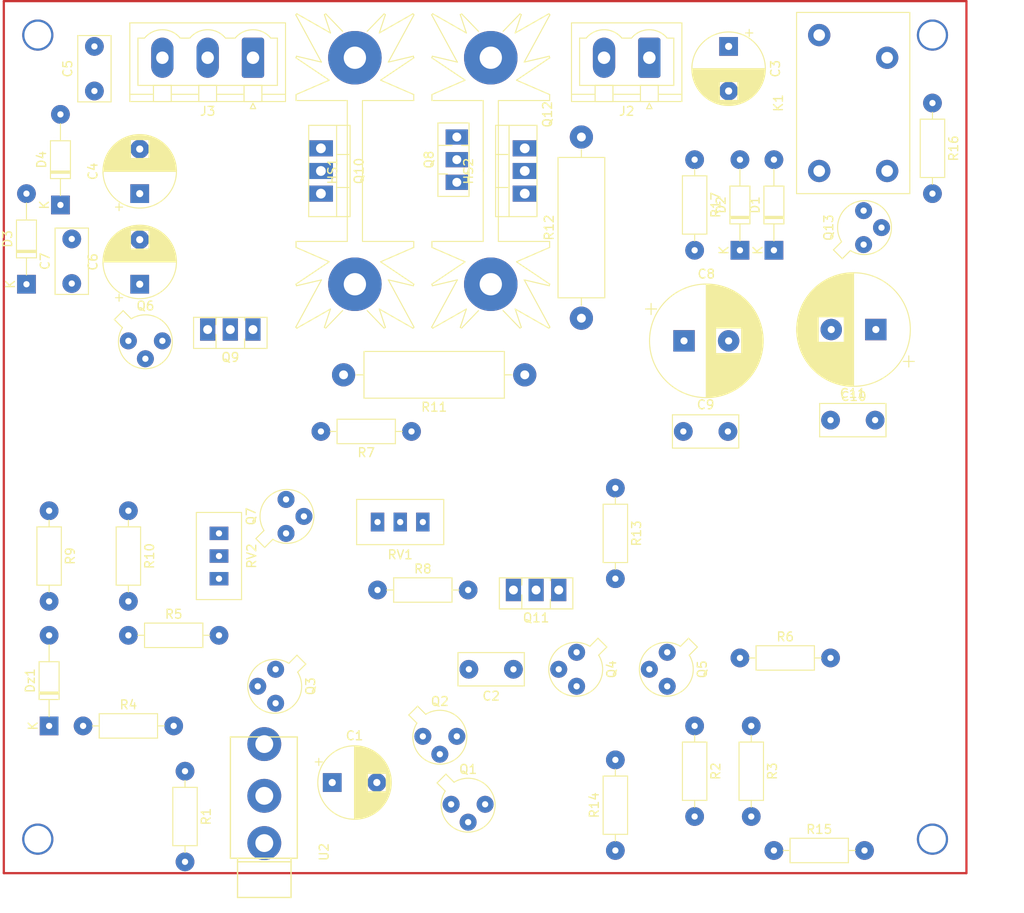
<source format=kicad_pcb>
(kicad_pcb (version 20171130) (host pcbnew "(5.1.9)-1")
  (layers (0 F.Cu signal) (31 B.Cu signal) (34 B.Paste user) (35 F.Paste user) (36 B.SilkS user) (37 F.SilkS user) (38 B.Mask user) (39 F.Mask user) (44 Edge.Cuts user))
  (net 0 "")
  (net 1 "Net-(C1-Pad2)")
  (net 2 "Net-(C1-Pad1)")
  (net 3 "Net-(C2-Pad2)")
  (net 4 "Net-(C2-Pad1)")
  (net 5 "Net-(C3-Pad1)")
  (net 6 -12V)
  (net 7 GND)
  (net 8 +12V)
  (net 9 "Net-(D1-Pad2)")
  (net 10 "Net-(D2-Pad1)")
  (net 11 "Net-(Dz1-Pad2)")
  (net 12 "Net-(K1-Padc1)")
  (net 13 "Net-(Q1-Pad1)")
  (net 14 "Net-(Q2-Pad3)")
  (net 15 "Net-(Q2-Pad2)")
  (net 16 "Net-(Q3-Pad1)")
  (net 17 "Net-(Q4-Pad1)")
  (net 18 "Net-(Q5-Pad1)")
  (net 19 "Net-(Q6-Pad3)")
  (net 20 "Net-(Q6-Pad2)")
  (net 21 "Net-(Q6-Pad1)")
  (net 22 "Net-(Q7-Pad1)")
  (net 23 "Net-(Q8-Pad3)")
  (net 24 "Net-(Q10-Pad2)")
  (net 25 "Net-(Q10-Pad1)")
  (net 26 "Net-(Q11-Pad1)")
  (net 27 "Net-(Q11-Pad2)")
  (net 28 "Net-(R8-Pad1)")
  (net 29 "Net-(R10-Pad2)")
  (net 30 "Net-(U2-PadTN)")
  (net 31 "Net-(J2-Pad2)")
  (module BE_Elec:Relay_112LMH2 (layer F.Cu) (at 158.75 38.1 90)
    (fp_text reference K1 (at 0 0.5 90) (layer F.SilkS))
    (fp_text value Relay_1CT)
    (pad c1 thru_hole circle (at 7.62 5.08 90) (size 2.5 2.5) (drill 1.3) (layers *.Cu *.Mask) (net 12 "Net-(K1-Padc1)"))
    (pad b1 thru_hole circle (at -7.62 5.08 90) (size 2.5 2.5) (drill 1.3) (layers *.Cu *.Mask) (net 9 "Net-(D1-Pad2)"))
    (pad c2 thru_hole circle (at 5.08 12.7 90) (size 2.5 2.5) (drill 1.3) (layers *.Cu *.Mask) (net 31 "Net-(J2-Pad2)"))
    (pad b2 thru_hole circle (at -7.62 12.7 90) (size 2.5 2.5) (drill 1.3) (layers *.Cu *.Mask) (net 8 +12V))
  )
  (module CmpAmpliAudio:D_DO-35_SOD27_P10.16mm_Horizontal (layer F.Cu) (at 78.74 49.53 90)
    (fp_text reference D4 (at 5.08 -2.12 90) (layer F.SilkS))
    (fp_text value D)
    (fp_text user K (at 0 -1.8 90) (layer F.SilkS))
    (pad 2 thru_hole oval (at 10.16 0 90) (size 2.1 2.1) (drill 0.7) (layers *.Cu *.Mask) (net 6 -12V))
    (pad 1 thru_hole rect (at 0 0 90) (size 2.1 2.1) (drill 0.7) (layers *.Cu *.Mask) (net 7 GND))
  )
  (module CmpAmpliAudio:D_DO-35_SOD27_P10.16mm_Horizontal (layer F.Cu) (at 74.93 58.42 90)
    (fp_text reference D3 (at 5.08 -2.12 90) (layer F.SilkS))
    (fp_text value D)
    (fp_text user K (at 0 -1.8 90) (layer F.SilkS))
    (pad 2 thru_hole oval (at 10.16 0 90) (size 2.1 2.1) (drill 0.7) (layers *.Cu *.Mask) (net 7 GND))
    (pad 1 thru_hole rect (at 0 0 90) (size 2.1 2.1) (drill 0.7) (layers *.Cu *.Mask) (net 8 +12V))
  )
  (module CmpAmpliAudio:CP_Radial_D8.0mm_P5.00mm (layer F.Cu) (at 109.22 114.3)
    (fp_text reference C1 (at 2.5 -5.25) (layer F.SilkS))
    (fp_text value CP)
    (pad 2 thru_hole circle (at 5 0) (size 2.1 2.1) (drill 0.8) (layers *.Cu *.Mask) (net 1 "Net-(C1-Pad2)"))
    (pad 1 thru_hole rect (at 0 0) (size 2.1 2.1) (drill 0.8) (layers *.Cu *.Mask) (net 2 "Net-(C1-Pad1)"))
  )
  (module CmpAmpliAudio:C_Rect_L7.2mm_W3.5mm_P5.00mm_FKS2_FKP2_MKS2_MKP2 (layer F.Cu) (at 129.54 101.6 180)
    (fp_text reference C2 (at 2.5 -3) (layer F.SilkS))
    (fp_text value C)
    (pad 2 thru_hole circle (at 5 0 180) (size 2.1 2.1) (drill 0.7) (layers *.Cu *.Mask) (net 3 "Net-(C2-Pad2)"))
    (pad 1 thru_hole circle (at 0 0 180) (size 2.1 2.1) (drill 0.7) (layers *.Cu *.Mask) (net 4 "Net-(C2-Pad1)"))
  )
  (module CmpAmpliAudio:CP_Radial_D8.0mm_P5.00mm (layer F.Cu) (at 153.67 31.75 270)
    (fp_text reference C3 (at 2.5 -5.25 90) (layer F.SilkS))
    (fp_text value CP)
    (pad 1 thru_hole rect (at 0 0 270) (size 2.1 2.1) (drill 0.8) (layers *.Cu *.Mask) (net 5 "Net-(C3-Pad1)"))
    (pad 2 thru_hole circle (at 5 0 270) (size 2.1 2.1) (drill 0.8) (layers *.Cu *.Mask) (net 6 -12V))
  )
  (module CmpAmpliAudio:CP_Radial_D8.0mm_P5.00mm (layer F.Cu) (at 87.63 48.26 90)
    (fp_text reference C4 (at 2.5 -5.25 90) (layer F.SilkS))
    (fp_text value CP)
    (pad 2 thru_hole circle (at 5 0 90) (size 2.1 2.1) (drill 0.8) (layers *.Cu *.Mask) (net 7 GND))
    (pad 1 thru_hole rect (at 0 0 90) (size 2.1 2.1) (drill 0.8) (layers *.Cu *.Mask) (net 8 +12V))
  )
  (module CmpAmpliAudio:C_Rect_L7.2mm_W3.5mm_P5.00mm_FKS2_FKP2_MKS2_MKP2 (layer F.Cu) (at 82.55 36.75 90)
    (fp_text reference C5 (at 2.5 -3 90) (layer F.SilkS))
    (fp_text value C)
    (pad 2 thru_hole circle (at 5 0 90) (size 2.1 2.1) (drill 0.7) (layers *.Cu *.Mask) (net 7 GND))
    (pad 1 thru_hole circle (at 0 0 90) (size 2.1 2.1) (drill 0.7) (layers *.Cu *.Mask) (net 8 +12V))
  )
  (module CmpAmpliAudio:CP_Radial_D8.0mm_P5.00mm (layer F.Cu) (at 87.63 58.42 90)
    (fp_text reference C6 (at 2.5 -5.25 90) (layer F.SilkS))
    (fp_text value CP)
    (pad 1 thru_hole rect (at 0 0 90) (size 2.1 2.1) (drill 0.8) (layers *.Cu *.Mask) (net 7 GND))
    (pad 2 thru_hole circle (at 5 0 90) (size 2.1 2.1) (drill 0.8) (layers *.Cu *.Mask) (net 6 -12V))
  )
  (module CmpAmpliAudio:C_Rect_L7.2mm_W3.5mm_P5.00mm_FKS2_FKP2_MKS2_MKP2 (layer F.Cu) (at 80.01 58.34 90)
    (fp_text reference C7 (at 2.5 -3 90) (layer F.SilkS))
    (fp_text value C)
    (pad 1 thru_hole circle (at 0 0 90) (size 2.1 2.1) (drill 0.7) (layers *.Cu *.Mask) (net 7 GND))
    (pad 2 thru_hole circle (at 5 0 90) (size 2.1 2.1) (drill 0.7) (layers *.Cu *.Mask) (net 6 -12V))
  )
  (module CmpAmpliAudio:CP_Radial_D12.5mm_P5.00mm (layer F.Cu) (at 148.67 64.77)
    (fp_text reference C8 (at 2.5 -7.5) (layer F.SilkS))
    (fp_text value CP)
    (pad 1 thru_hole rect (at 0 0) (size 2.4 2.4) (drill 0.8) (layers *.Cu *.Mask) (net 8 +12V))
    (pad 2 thru_hole circle (at 5 0) (size 2.4 2.4) (drill 0.8) (layers *.Cu *.Mask) (net 7 GND))
  )
  (module CmpAmpliAudio:C_Rect_L7.2mm_W3.5mm_P5.00mm_FKS2_FKP2_MKS2_MKP2 (layer F.Cu) (at 148.59 74.93)
    (fp_text reference C9 (at 2.5 -3) (layer F.SilkS))
    (fp_text value C)
    (pad 1 thru_hole circle (at 0 0) (size 2.1 2.1) (drill 0.7) (layers *.Cu *.Mask) (net 8 +12V))
    (pad 2 thru_hole circle (at 5 0) (size 2.1 2.1) (drill 0.7) (layers *.Cu *.Mask) (net 7 GND))
  )
  (module CmpAmpliAudio:CP_Radial_D12.5mm_P5.00mm (layer F.Cu) (at 170.18 63.5 180)
    (fp_text reference C10 (at 2.5 -7.5) (layer F.SilkS))
    (fp_text value CP)
    (pad 2 thru_hole circle (at 5 0 180) (size 2.4 2.4) (drill 0.8) (layers *.Cu *.Mask) (net 6 -12V))
    (pad 1 thru_hole rect (at 0 0 180) (size 2.4 2.4) (drill 0.8) (layers *.Cu *.Mask) (net 7 GND))
  )
  (module CmpAmpliAudio:C_Rect_L7.2mm_W3.5mm_P5.00mm_FKS2_FKP2_MKS2_MKP2 (layer F.Cu) (at 165.1 73.66)
    (fp_text reference C11 (at 2.5 -3) (layer F.SilkS))
    (fp_text value C)
    (pad 1 thru_hole circle (at 0 0) (size 2.1 2.1) (drill 0.7) (layers *.Cu *.Mask) (net 6 -12V))
    (pad 2 thru_hole circle (at 5 0) (size 2.1 2.1) (drill 0.7) (layers *.Cu *.Mask) (net 7 GND))
  )
  (module CmpAmpliAudio:D_DO-35_SOD27_P10.16mm_Horizontal (layer F.Cu) (at 158.75 54.61 90)
    (fp_text reference D1 (at 5.08 -2.12 90) (layer F.SilkS))
    (fp_text value D)
    (fp_text user K (at 0 -1.8 90) (layer F.SilkS))
    (pad 1 thru_hole rect (at 0 0 90) (size 2.1 2.1) (drill 0.7) (layers *.Cu *.Mask) (net 8 +12V))
    (pad 2 thru_hole oval (at 10.16 0 90) (size 2.1 2.1) (drill 0.7) (layers *.Cu *.Mask) (net 9 "Net-(D1-Pad2)"))
  )
  (module CmpAmpliAudio:D_DO-35_SOD27_P10.16mm_Horizontal (layer F.Cu) (at 154.94 54.61 90)
    (fp_text reference D2 (at 5.08 -2.12 90) (layer F.SilkS))
    (fp_text value D)
    (fp_text user K (at 0 -1.8 90) (layer F.SilkS))
    (pad 2 thru_hole oval (at 10.16 0 90) (size 2.1 2.1) (drill 0.7) (layers *.Cu *.Mask) (net 5 "Net-(C3-Pad1)"))
    (pad 1 thru_hole rect (at 0 0 90) (size 2.1 2.1) (drill 0.7) (layers *.Cu *.Mask) (net 10 "Net-(D2-Pad1)"))
  )
  (module CmpAmpliAudio:D_DO-35_SOD27_P10.16mm_Horizontal (layer F.Cu) (at 77.47 107.95 90)
    (fp_text reference Dz1 (at 5.08 -2.12 90) (layer F.SilkS))
    (fp_text value D_Z1)
    (fp_text user K (at 0 -1.8 90) (layer F.SilkS))
    (pad 1 thru_hole rect (at 0 0 90) (size 2.1 2.1) (drill 0.7) (layers *.Cu *.Mask) (net 8 +12V))
    (pad 2 thru_hole oval (at 10.16 0 90) (size 2.1 2.1) (drill 0.7) (layers *.Cu *.Mask) (net 11 "Net-(Dz1-Pad2)"))
  )
  (module CmpAmpliAudio:Heatsink_Fischer_SK104-STC-STIC_35x13mm_2xDrill2.5mm (layer F.Cu) (at 111.76 45.72 90)
    (fp_text reference HS1 (at -0.025 -2.5 90) (layer F.SilkS))
    (fp_text value Heatsink)
    (pad 1 thru_hole circle (at -12.7 0 270) (size 6 6) (drill 2.5) (layers *.Cu *.Mask))
    (pad 1 thru_hole circle (at 12.7 0 90) (size 6 6) (drill 2.5) (layers *.Cu *.Mask))
  )
  (module CmpAmpliAudio:Heatsink_Fischer_SK104-STC-STIC_35x13mm_2xDrill2.5mm (layer F.Cu) (at 127 45.72 90)
    (fp_text reference HS2 (at -0.025 -2.5 90) (layer F.SilkS))
    (fp_text value Heatsink)
    (pad 1 thru_hole circle (at 12.7 0 90) (size 6 6) (drill 2.5) (layers *.Cu *.Mask))
    (pad 1 thru_hole circle (at -12.7 0 270) (size 6 6) (drill 2.5) (layers *.Cu *.Mask))
  )
  (module CmpAmpliAudio:PhoenixContact_MSTBVA_2,5_2-G-5,08_1x02_P5.08mm_Vertical (layer F.Cu) (at 144.78 33.02 180)
    (fp_text reference J2 (at 2.54 -6) (layer F.SilkS))
    (fp_text value Conn_01x02)
    (pad 1 thru_hole roundrect (at 0 0 180) (size 2.5 4.5) (drill 1.4) (layers *.Cu *.Mask) (roundrect_rratio 0.12) (net 7 GND))
    (pad 2 thru_hole oval (at 5.08 0 180) (size 2.5 4.5) (drill 1.4) (layers *.Cu *.Mask) (net 31 "Net-(J2-Pad2)"))
  )
  (module CmpAmpliAudio:PhoenixContact_MSTBVA_2,5_3-G-5,08_1x03_P5.08mm_Vertical (layer F.Cu) (at 100.33 33.02 180)
    (fp_text reference J3 (at 5.08 -6) (layer F.SilkS))
    (fp_text value Conn_01x03)
    (pad 1 thru_hole roundrect (at 0 0 180) (size 2.5 4.5) (drill 1.4) (layers *.Cu *.Mask) (roundrect_rratio 0.12) (net 6 -12V))
    (pad 2 thru_hole oval (at 5.08 0 180) (size 2.5 4.5) (drill 1.4) (layers *.Cu *.Mask) (net 7 GND))
    (pad 3 thru_hole oval (at 10.16 0 180) (size 2.5 4.5) (drill 1.4) (layers *.Cu *.Mask) (net 8 +12V))
  )
  (module CmpAmpliAudio:TO-18-3 (layer F.Cu) (at 123.19 116.84)
    (fp_text reference Q1 (at 1.27 -4.02) (layer F.SilkS))
    (fp_text value 2N907)
    (pad 3 thru_hole circle (at 3.175 -0.1) (size 1.9 1.9) (drill 0.7) (layers *.Cu *.Mask) (net 4 "Net-(C2-Pad1)"))
    (pad 2 thru_hole circle (at 1.27 1.905) (size 1.9 1.9) (drill 0.7) (layers *.Cu *.Mask) (net 2 "Net-(C1-Pad1)"))
    (pad 1 thru_hole circle (at -0.635 -0.1) (size 1.9 1.9) (drill 0.7) (layers *.Cu *.Mask) (net 13 "Net-(Q1-Pad1)"))
  )
  (module CmpAmpliAudio:TO-18-3 (layer F.Cu) (at 120.015 109.22)
    (fp_text reference Q2 (at 1.27 -4.02) (layer F.SilkS))
    (fp_text value 2N907)
    (pad 3 thru_hole circle (at 3.175 -0.1) (size 1.9 1.9) (drill 0.7) (layers *.Cu *.Mask) (net 14 "Net-(Q2-Pad3)"))
    (pad 2 thru_hole circle (at 1.27 1.905) (size 1.9 1.9) (drill 0.7) (layers *.Cu *.Mask) (net 15 "Net-(Q2-Pad2)"))
    (pad 1 thru_hole circle (at -0.635 -0.1) (size 1.9 1.9) (drill 0.7) (layers *.Cu *.Mask) (net 13 "Net-(Q1-Pad1)"))
  )
  (module CmpAmpliAudio:TO-18-3 (layer F.Cu) (at 102.77 102.235 270)
    (fp_text reference Q3 (at 1.27 -4.02 90) (layer F.SilkS))
    (fp_text value 2N907)
    (pad 1 thru_hole circle (at -0.635 -0.1 270) (size 1.9 1.9) (drill 0.7) (layers *.Cu *.Mask) (net 16 "Net-(Q3-Pad1)"))
    (pad 2 thru_hole circle (at 1.27 1.905 270) (size 1.9 1.9) (drill 0.7) (layers *.Cu *.Mask) (net 11 "Net-(Dz1-Pad2)"))
    (pad 3 thru_hole circle (at 3.175 -0.1 270) (size 1.9 1.9) (drill 0.7) (layers *.Cu *.Mask) (net 13 "Net-(Q1-Pad1)"))
  )
  (module CmpAmpliAudio:TO-18-3 (layer F.Cu) (at 136.525 100.33 270)
    (fp_text reference Q4 (at 1.27 -4.02 90) (layer F.SilkS))
    (fp_text value 2N2222)
    (pad 1 thru_hole circle (at -0.635 -0.1 270) (size 1.9 1.9) (drill 0.7) (layers *.Cu *.Mask) (net 17 "Net-(Q4-Pad1)"))
    (pad 2 thru_hole circle (at 1.27 1.905 270) (size 1.9 1.9) (drill 0.7) (layers *.Cu *.Mask) (net 4 "Net-(C2-Pad1)"))
    (pad 3 thru_hole circle (at 3.175 -0.1 270) (size 1.9 1.9) (drill 0.7) (layers *.Cu *.Mask) (net 3 "Net-(C2-Pad2)"))
  )
  (module CmpAmpliAudio:TO-18-3 (layer F.Cu) (at 146.685 100.33 270)
    (fp_text reference Q5 (at 1.27 -4.02 90) (layer F.SilkS))
    (fp_text value 2N2222)
    (pad 3 thru_hole circle (at 3.175 -0.1 270) (size 1.9 1.9) (drill 0.7) (layers *.Cu *.Mask) (net 3 "Net-(C2-Pad2)"))
    (pad 2 thru_hole circle (at 1.27 1.905 270) (size 1.9 1.9) (drill 0.7) (layers *.Cu *.Mask) (net 17 "Net-(Q4-Pad1)"))
    (pad 1 thru_hole circle (at -0.635 -0.1 270) (size 1.9 1.9) (drill 0.7) (layers *.Cu *.Mask) (net 18 "Net-(Q5-Pad1)"))
  )
  (module CmpAmpliAudio:TO-18-3 (layer F.Cu) (at 86.995 64.87)
    (fp_text reference Q6 (at 1.27 -4.02) (layer F.SilkS))
    (fp_text value 2N907)
    (pad 3 thru_hole circle (at 3.175 -0.1) (size 1.9 1.9) (drill 0.7) (layers *.Cu *.Mask) (net 19 "Net-(Q6-Pad3)"))
    (pad 2 thru_hole circle (at 1.27 1.905) (size 1.9 1.9) (drill 0.7) (layers *.Cu *.Mask) (net 20 "Net-(Q6-Pad2)"))
    (pad 1 thru_hole circle (at -0.635 -0.1) (size 1.9 1.9) (drill 0.7) (layers *.Cu *.Mask) (net 21 "Net-(Q6-Pad1)"))
  )
  (module CmpAmpliAudio:TO-18-3 (layer F.Cu) (at 104.14 85.725 90)
    (fp_text reference Q7 (at 1.27 -4.02 90) (layer F.SilkS))
    (fp_text value 2N907)
    (pad 1 thru_hole circle (at -0.635 -0.1 90) (size 1.9 1.9) (drill 0.7) (layers *.Cu *.Mask) (net 22 "Net-(Q7-Pad1)"))
    (pad 2 thru_hole circle (at 1.27 1.905 90) (size 1.9 1.9) (drill 0.7) (layers *.Cu *.Mask) (net 20 "Net-(Q6-Pad2)"))
    (pad 3 thru_hole circle (at 3.175 -0.1 90) (size 1.9 1.9) (drill 0.7) (layers *.Cu *.Mask) (net 20 "Net-(Q6-Pad2)"))
  )
  (module CmpAmpliAudio:TO-126-3_Vertical (layer F.Cu) (at 123.19 46.99 90)
    (fp_text reference Q8 (at 2.54 -3.12 90) (layer F.SilkS))
    (fp_text value BD139)
    (pad 3 thru_hole rect (at 5.08 0 90) (size 1.7 2.5) (drill 1) (layers *.Cu *.Mask) (net 23 "Net-(Q8-Pad3)"))
    (pad 2 thru_hole rect (at 2.54 0 90) (size 1.7 2.5) (drill 1) (layers *.Cu *.Mask) (net 19 "Net-(Q6-Pad3)"))
    (pad 1 thru_hole rect (at 0 0 90) (size 1.7 2.5) (drill 1) (layers *.Cu *.Mask) (net 3 "Net-(C2-Pad2)"))
  )
  (module CmpAmpliAudio:TO-126-3_Vertical (layer F.Cu) (at 100.33 63.5 180)
    (fp_text reference Q9 (at 2.54 -3.12) (layer F.SilkS))
    (fp_text value BD139)
    (pad 1 thru_hole rect (at 0 0 180) (size 1.7 2.5) (drill 1) (layers *.Cu *.Mask) (net 24 "Net-(Q10-Pad2)"))
    (pad 2 thru_hole rect (at 2.54 0 180) (size 1.7 2.5) (drill 1) (layers *.Cu *.Mask) (net 25 "Net-(Q10-Pad1)"))
    (pad 3 thru_hole rect (at 5.08 0 180) (size 1.7 2.5) (drill 1) (layers *.Cu *.Mask) (net 19 "Net-(Q6-Pad3)"))
  )
  (module CmpAmpliAudio:TO-220-3_Vertical (layer F.Cu) (at 107.95 43.18 270)
    (fp_text reference Q10 (at 2.54 -4.27 90) (layer F.SilkS))
    (fp_text value Q_PNP_BCE)
    (pad 3 thru_hole rect (at 5.08 0 270) (size 1.8 2.7) (drill 1.1) (layers *.Cu *.Mask) (net 8 +12V))
    (pad 2 thru_hole rect (at 2.54 0 270) (size 1.8 2.7) (drill 1.1) (layers *.Cu *.Mask) (net 24 "Net-(Q10-Pad2)"))
    (pad 1 thru_hole rect (at 0 0 270) (size 1.8 2.7) (drill 1.1) (layers *.Cu *.Mask) (net 25 "Net-(Q10-Pad1)"))
  )
  (module CmpAmpliAudio:TO-126-3_Vertical (layer F.Cu) (at 134.62 92.71 180)
    (fp_text reference Q11 (at 2.54 -3.12) (layer F.SilkS))
    (fp_text value BD138)
    (pad 1 thru_hole rect (at 0 0 180) (size 1.7 2.5) (drill 1) (layers *.Cu *.Mask) (net 26 "Net-(Q11-Pad1)"))
    (pad 2 thru_hole rect (at 2.54 0 180) (size 1.7 2.5) (drill 1) (layers *.Cu *.Mask) (net 27 "Net-(Q11-Pad2)"))
    (pad 3 thru_hole rect (at 5.08 0 180) (size 1.7 2.5) (drill 1) (layers *.Cu *.Mask) (net 3 "Net-(C2-Pad2)"))
  )
  (module CmpAmpliAudio:TO-220-3_Vertical (layer F.Cu) (at 130.81 48.26 90)
    (fp_text reference Q12 (at 8.89 2.54 90) (layer F.SilkS))
    (fp_text value Q_NPN_BCE)
    (pad 1 thru_hole rect (at 0 0 90) (size 1.8 2.7) (drill 1.1) (layers *.Cu *.Mask) (net 27 "Net-(Q11-Pad2)"))
    (pad 2 thru_hole rect (at 2.54 0 90) (size 1.8 2.7) (drill 1.1) (layers *.Cu *.Mask) (net 26 "Net-(Q11-Pad1)"))
    (pad 3 thru_hole rect (at 5.08 0 90) (size 1.8 2.7) (drill 1.1) (layers *.Cu *.Mask) (net 6 -12V))
  )
  (module CmpAmpliAudio:TO-18-3 (layer F.Cu) (at 168.91 53.34 90)
    (fp_text reference Q13 (at 1.27 -4.02 90) (layer F.SilkS))
    (fp_text value 2N2222)
    (pad 1 thru_hole circle (at -0.635 -0.1 90) (size 1.9 1.9) (drill 0.7) (layers *.Cu *.Mask) (net 7 GND))
    (pad 2 thru_hole circle (at 1.27 1.905 90) (size 1.9 1.9) (drill 0.7) (layers *.Cu *.Mask) (net 10 "Net-(D2-Pad1)"))
    (pad 3 thru_hole circle (at 3.175 -0.1 90) (size 1.9 1.9) (drill 0.7) (layers *.Cu *.Mask) (net 9 "Net-(D1-Pad2)"))
  )
  (module CmpAmpliAudio:R_Axial_DIN0207_L6.3mm_D2.5mm_P10.16mm_Horizontal (layer F.Cu) (at 92.71 113.03 270)
    (fp_text reference R1 (at 5.08 -2.37 90) (layer F.SilkS))
    (fp_text value R)
    (pad 1 thru_hole circle (at 0 0 270) (size 2.1 2.1) (drill 0.7) (layers *.Cu *.Mask) (net 2 "Net-(C1-Pad1)"))
    (pad 2 thru_hole circle (at 10.16 0 270) (size 2.1 2.1) (drill 0.7) (layers *.Cu *.Mask) (net 7 GND))
  )
  (module CmpAmpliAudio:R_Axial_DIN0207_L6.3mm_D2.5mm_P10.16mm_Horizontal (layer F.Cu) (at 149.86 107.95 270)
    (fp_text reference R2 (at 5.08 -2.37 90) (layer F.SilkS))
    (fp_text value R)
    (pad 1 thru_hole circle (at 0 0 270) (size 2.1 2.1) (drill 0.7) (layers *.Cu *.Mask) (net 4 "Net-(C2-Pad1)"))
    (pad 2 thru_hole circle (at 10.16 0 270) (size 2.1 2.1) (drill 0.7) (layers *.Cu *.Mask) (net 6 -12V))
  )
  (module CmpAmpliAudio:R_Axial_DIN0207_L6.3mm_D2.5mm_P10.16mm_Horizontal (layer F.Cu) (at 156.21 107.95 270)
    (fp_text reference R3 (at 5.08 -2.37 90) (layer F.SilkS))
    (fp_text value R)
    (pad 1 thru_hole circle (at 0 0 270) (size 2.1 2.1) (drill 0.7) (layers *.Cu *.Mask) (net 14 "Net-(Q2-Pad3)"))
    (pad 2 thru_hole circle (at 10.16 0 270) (size 2.1 2.1) (drill 0.7) (layers *.Cu *.Mask) (net 6 -12V))
  )
  (module CmpAmpliAudio:R_Axial_DIN0207_L6.3mm_D2.5mm_P10.16mm_Horizontal (layer F.Cu) (at 81.28 107.95)
    (fp_text reference R4 (at 5.08 -2.37) (layer F.SilkS))
    (fp_text value R)
    (pad 1 thru_hole circle (at 0 0) (size 2.1 2.1) (drill 0.7) (layers *.Cu *.Mask) (net 8 +12V))
    (pad 2 thru_hole circle (at 10.16 0) (size 2.1 2.1) (drill 0.7) (layers *.Cu *.Mask) (net 16 "Net-(Q3-Pad1)"))
  )
  (module CmpAmpliAudio:R_Axial_DIN0207_L6.3mm_D2.5mm_P10.16mm_Horizontal (layer F.Cu) (at 86.36 97.79)
    (fp_text reference R5 (at 5.08 -2.37) (layer F.SilkS))
    (fp_text value R)
    (pad 1 thru_hole circle (at 0 0) (size 2.1 2.1) (drill 0.7) (layers *.Cu *.Mask) (net 11 "Net-(Dz1-Pad2)"))
    (pad 2 thru_hole circle (at 10.16 0) (size 2.1 2.1) (drill 0.7) (layers *.Cu *.Mask) (net 7 GND))
  )
  (module CmpAmpliAudio:R_Axial_DIN0207_L6.3mm_D2.5mm_P10.16mm_Horizontal (layer F.Cu) (at 154.94 100.33)
    (fp_text reference R6 (at 5.08 -2.37) (layer F.SilkS))
    (fp_text value R)
    (pad 2 thru_hole circle (at 10.16 0) (size 2.1 2.1) (drill 0.7) (layers *.Cu *.Mask) (net 6 -12V))
    (pad 1 thru_hole circle (at 0 0) (size 2.1 2.1) (drill 0.7) (layers *.Cu *.Mask) (net 18 "Net-(Q5-Pad1)"))
  )
  (module CmpAmpliAudio:R_Axial_DIN0207_L6.3mm_D2.5mm_P10.16mm_Horizontal (layer F.Cu) (at 118.11 74.93 180)
    (fp_text reference R7 (at 5.08 -2.37) (layer F.SilkS))
    (fp_text value R)
    (pad 2 thru_hole circle (at 10.16 0 180) (size 2.1 2.1) (drill 0.7) (layers *.Cu *.Mask) (net 21 "Net-(Q6-Pad1)"))
    (pad 1 thru_hole circle (at 0 0 180) (size 2.1 2.1) (drill 0.7) (layers *.Cu *.Mask) (net 8 +12V))
  )
  (module CmpAmpliAudio:R_Axial_DIN0207_L6.3mm_D2.5mm_P10.16mm_Horizontal (layer F.Cu) (at 114.3 92.71)
    (fp_text reference R8 (at 5.08 -2.37) (layer F.SilkS))
    (fp_text value R)
    (pad 1 thru_hole circle (at 0 0) (size 2.1 2.1) (drill 0.7) (layers *.Cu *.Mask) (net 28 "Net-(R8-Pad1)"))
    (pad 2 thru_hole circle (at 10.16 0) (size 2.1 2.1) (drill 0.7) (layers *.Cu *.Mask) (net 3 "Net-(C2-Pad2)"))
  )
  (module CmpAmpliAudio:R_Axial_DIN0207_L6.3mm_D2.5mm_P10.16mm_Horizontal (layer F.Cu) (at 77.47 83.82 270)
    (fp_text reference R9 (at 5.08 -2.37 90) (layer F.SilkS))
    (fp_text value R)
    (pad 2 thru_hole circle (at 10.16 0 270) (size 2.1 2.1) (drill 0.7) (layers *.Cu *.Mask) (net 22 "Net-(Q7-Pad1)"))
    (pad 1 thru_hole circle (at 0 0 270) (size 2.1 2.1) (drill 0.7) (layers *.Cu *.Mask) (net 8 +12V))
  )
  (module CmpAmpliAudio:R_Axial_DIN0207_L6.3mm_D2.5mm_P10.16mm_Horizontal (layer F.Cu) (at 86.36 83.82 270)
    (fp_text reference R10 (at 5.08 -2.37 90) (layer F.SilkS))
    (fp_text value R)
    (pad 2 thru_hole circle (at 10.16 0 270) (size 2.1 2.1) (drill 0.7) (layers *.Cu *.Mask) (net 29 "Net-(R10-Pad2)"))
    (pad 1 thru_hole circle (at 0 0 270) (size 2.1 2.1) (drill 0.7) (layers *.Cu *.Mask) (net 20 "Net-(Q6-Pad2)"))
  )
  (module CmpAmpliAudio:R_Axial_DIN0516_L15.5mm_D5.0mm_P20.32mm_Horizontal (layer F.Cu) (at 130.81 68.58 180)
    (fp_text reference R11 (at 10.16 -3.62) (layer F.SilkS))
    (fp_text value R)
    (pad 1 thru_hole circle (at 0 0 180) (size 2.6 2.6) (drill 1) (layers *.Cu *.Mask) (net 12 "Net-(K1-Padc1)"))
    (pad 2 thru_hole oval (at 20.32 0 180) (size 2.6 2.6) (drill 1) (layers *.Cu *.Mask) (net 24 "Net-(Q10-Pad2)"))
  )
  (module CmpAmpliAudio:R_Axial_DIN0516_L15.5mm_D5.0mm_P20.32mm_Horizontal (layer F.Cu) (at 137.16 62.23 90)
    (fp_text reference R12 (at 10.16 -3.62 90) (layer F.SilkS))
    (fp_text value R)
    (pad 2 thru_hole oval (at 20.32 0 90) (size 2.6 2.6) (drill 1) (layers *.Cu *.Mask) (net 12 "Net-(K1-Padc1)"))
    (pad 1 thru_hole circle (at 0 0 90) (size 2.6 2.6) (drill 1) (layers *.Cu *.Mask) (net 26 "Net-(Q11-Pad1)"))
  )
  (module CmpAmpliAudio:R_Axial_DIN0207_L6.3mm_D2.5mm_P10.16mm_Horizontal (layer F.Cu) (at 140.97 81.28 270)
    (fp_text reference R13 (at 5.08 -2.37 90) (layer F.SilkS))
    (fp_text value R)
    (pad 2 thru_hole circle (at 10.16 0 270) (size 2.1 2.1) (drill 0.7) (layers *.Cu *.Mask) (net 12 "Net-(K1-Padc1)"))
    (pad 1 thru_hole circle (at 0 0 270) (size 2.1 2.1) (drill 0.7) (layers *.Cu *.Mask) (net 7 GND))
  )
  (module CmpAmpliAudio:R_Axial_DIN0207_L6.3mm_D2.5mm_P10.16mm_Horizontal (layer F.Cu) (at 140.97 121.92 90)
    (fp_text reference R14 (at 5.08 -2.37 90) (layer F.SilkS))
    (fp_text value R)
    (pad 1 thru_hole circle (at 0 0 90) (size 2.1 2.1) (drill 0.7) (layers *.Cu *.Mask) (net 15 "Net-(Q2-Pad2)"))
    (pad 2 thru_hole circle (at 10.16 0 90) (size 2.1 2.1) (drill 0.7) (layers *.Cu *.Mask) (net 12 "Net-(K1-Padc1)"))
  )
  (module CmpAmpliAudio:R_Axial_DIN0207_L6.3mm_D2.5mm_P10.16mm_Horizontal (layer F.Cu) (at 158.75 121.92)
    (fp_text reference R15 (at 5.08 -2.37) (layer F.SilkS))
    (fp_text value R)
    (pad 2 thru_hole circle (at 10.16 0) (size 2.1 2.1) (drill 0.7) (layers *.Cu *.Mask) (net 7 GND))
    (pad 1 thru_hole circle (at 0 0) (size 2.1 2.1) (drill 0.7) (layers *.Cu *.Mask) (net 15 "Net-(Q2-Pad2)"))
  )
  (module CmpAmpliAudio:R_Axial_DIN0207_L6.3mm_D2.5mm_P10.16mm_Horizontal (layer F.Cu) (at 176.53 38.1 270)
    (fp_text reference R16 (at 5.08 -2.37 90) (layer F.SilkS))
    (fp_text value R)
    (pad 2 thru_hole circle (at 10.16 0 270) (size 2.1 2.1) (drill 0.7) (layers *.Cu *.Mask) (net 8 +12V))
    (pad 1 thru_hole circle (at 0 0 270) (size 2.1 2.1) (drill 0.7) (layers *.Cu *.Mask) (net 5 "Net-(C3-Pad1)"))
  )
  (module CmpAmpliAudio:R_Axial_DIN0207_L6.3mm_D2.5mm_P10.16mm_Horizontal (layer F.Cu) (at 149.86 44.45 270)
    (fp_text reference R17 (at 5.08 -2.37 90) (layer F.SilkS))
    (fp_text value R)
    (pad 1 thru_hole circle (at 0 0 270) (size 2.1 2.1) (drill 0.7) (layers *.Cu *.Mask) (net 7 GND))
    (pad 2 thru_hole circle (at 10.16 0 270) (size 2.1 2.1) (drill 0.7) (layers *.Cu *.Mask) (net 10 "Net-(D2-Pad1)"))
  )
  (module CmpAmpliAudio:Potentiometer_Bourns_3296W_Vertical (layer F.Cu) (at 114.3 85.09 180)
    (fp_text reference RV1 (at -2.54 -3.66) (layer F.SilkS))
    (fp_text value R_POT)
    (pad 3 thru_hole rect (at -5.08 0 180) (size 1.5 2.1) (drill 0.7) (layers *.Cu *.Mask) (net 28 "Net-(R8-Pad1)"))
    (pad 2 thru_hole rect (at -2.54 0 180) (size 1.5 2.1) (drill 0.7) (layers *.Cu *.Mask) (net 23 "Net-(Q8-Pad3)"))
    (pad 1 thru_hole rect (at 0 0 180) (size 1.5 2.1) (drill 0.7) (layers *.Cu *.Mask) (net 19 "Net-(Q6-Pad3)"))
  )
  (module CmpAmpliAudio:Potentiometer_Bourns_3296W_Vertical (layer F.Cu) (at 96.52 91.44 270)
    (fp_text reference RV2 (at -2.54 -3.66 90) (layer F.SilkS))
    (fp_text value R_POT)
    (pad 1 thru_hole rect (at 0 0 270) (size 1.5 2.1) (drill 0.7) (layers *.Cu *.Mask) (net 29 "Net-(R10-Pad2)"))
    (pad 2 thru_hole rect (at -2.54 0 270) (size 1.5 2.1) (drill 0.7) (layers *.Cu *.Mask) (net 29 "Net-(R10-Pad2)"))
    (pad 3 thru_hole rect (at -5.08 0 270) (size 1.5 2.1) (drill 0.7) (layers *.Cu *.Mask) (net 7 GND))
  )
  (module CmpAmpliAudio:Jack_35RAPC2AV (layer F.Cu) (at 101.6 123.19 90)
    (fp_text reference U2 (at 1.1 6.7 90) (layer F.SilkS))
    (fp_text value Jack_Mono)
    (pad TN thru_hole circle (at 13.2 0 90) (size 3.8 3.8) (drill 2) (layers *.Cu *.Mask) (net 30 "Net-(U2-PadTN)"))
    (pad G thru_hole circle (at 2.1 0 90) (size 3.8 3.8) (drill 2) (layers *.Cu *.Mask) (net 7 GND))
    (pad T thru_hole circle (at 7.4 0 90) (size 3.8 3.8) (drill 2) (layers *.Cu *.Mask) (net 1 "Net-(C1-Pad2)"))
  )
  (via (at 176.53 120.65) (size 3.5) (drill 3) (layers F.Cu B.Cu) (net 0))
  (via (at 76.2 120.65) (size 3.5) (drill 3) (layers F.Cu B.Cu) (net 0))
  (via (at 176.53 30.48) (size 3.5) (drill 3) (layers F.Cu B.Cu) (net 0))
  (via (at 76.2 30.48) (size 3.5) (drill 3) (layers F.Cu B.Cu) (net 0))
  (segment (start 72.39 26.67) (end 72.39 124.46) (width 0.25) (layer F.Cu) (net 6))
  (segment (start 72.39 124.46) (end 180.34 124.46) (width 0.25) (layer F.Cu) (net 6))
  (segment (start 180.34 124.46) (end 180.34 26.67) (width 0.25) (layer F.Cu) (net 6))
  (segment (start 180.34 26.67) (end 72.39 26.67) (width 0.25) (layer F.Cu) (net 6))
)
</source>
